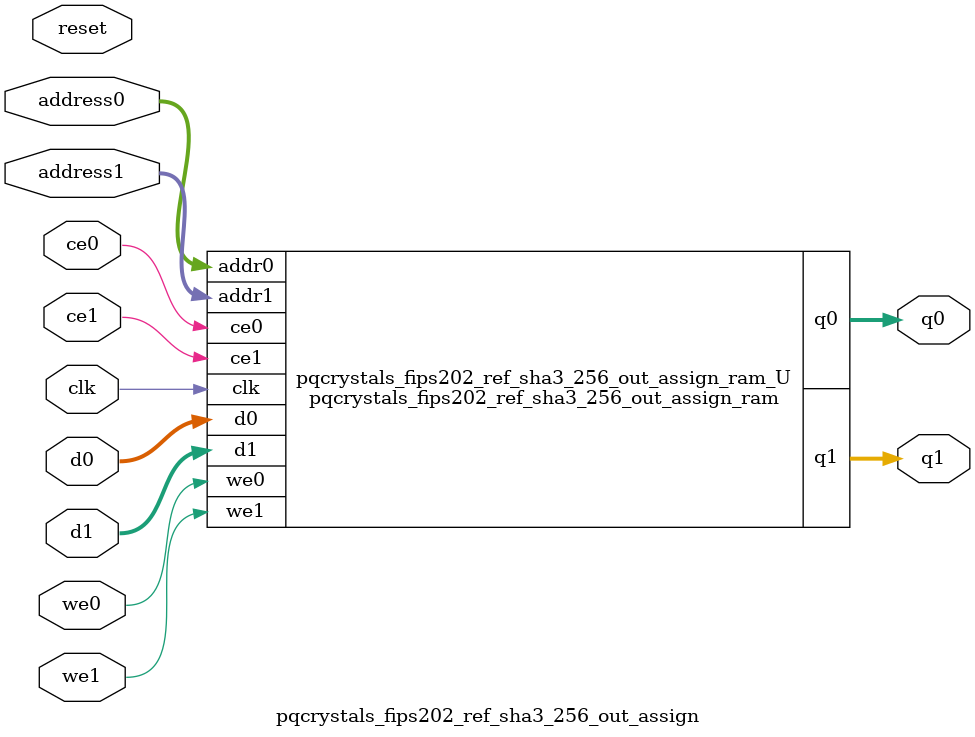
<source format=v>
`timescale 1 ns / 1 ps
module pqcrystals_fips202_ref_sha3_256_out_assign_ram (addr0, ce0, d0, we0, q0, addr1, ce1, d1, we1, q1,  clk);

parameter DWIDTH = 8;
parameter AWIDTH = 8;
parameter MEM_SIZE = 136;

input[AWIDTH-1:0] addr0;
input ce0;
input[DWIDTH-1:0] d0;
input we0;
output reg[DWIDTH-1:0] q0;
input[AWIDTH-1:0] addr1;
input ce1;
input[DWIDTH-1:0] d1;
input we1;
output reg[DWIDTH-1:0] q1;
input clk;

(* ram_style = "block" *)reg [DWIDTH-1:0] ram[0:MEM_SIZE-1];




always @(posedge clk)  
begin 
    if (ce0) 
    begin
        if (we0) 
        begin 
            ram[addr0] <= d0; 
        end 
        q0 <= ram[addr0];
    end
end


always @(posedge clk)  
begin 
    if (ce1) 
    begin
        if (we1) 
        begin 
            ram[addr1] <= d1; 
        end 
        q1 <= ram[addr1];
    end
end


endmodule

`timescale 1 ns / 1 ps
module pqcrystals_fips202_ref_sha3_256_out_assign(
    reset,
    clk,
    address0,
    ce0,
    we0,
    d0,
    q0,
    address1,
    ce1,
    we1,
    d1,
    q1);

parameter DataWidth = 32'd8;
parameter AddressRange = 32'd136;
parameter AddressWidth = 32'd8;
input reset;
input clk;
input[AddressWidth - 1:0] address0;
input ce0;
input we0;
input[DataWidth - 1:0] d0;
output[DataWidth - 1:0] q0;
input[AddressWidth - 1:0] address1;
input ce1;
input we1;
input[DataWidth - 1:0] d1;
output[DataWidth - 1:0] q1;



pqcrystals_fips202_ref_sha3_256_out_assign_ram pqcrystals_fips202_ref_sha3_256_out_assign_ram_U(
    .clk( clk ),
    .addr0( address0 ),
    .ce0( ce0 ),
    .we0( we0 ),
    .d0( d0 ),
    .q0( q0 ),
    .addr1( address1 ),
    .ce1( ce1 ),
    .we1( we1 ),
    .d1( d1 ),
    .q1( q1 ));

endmodule


</source>
